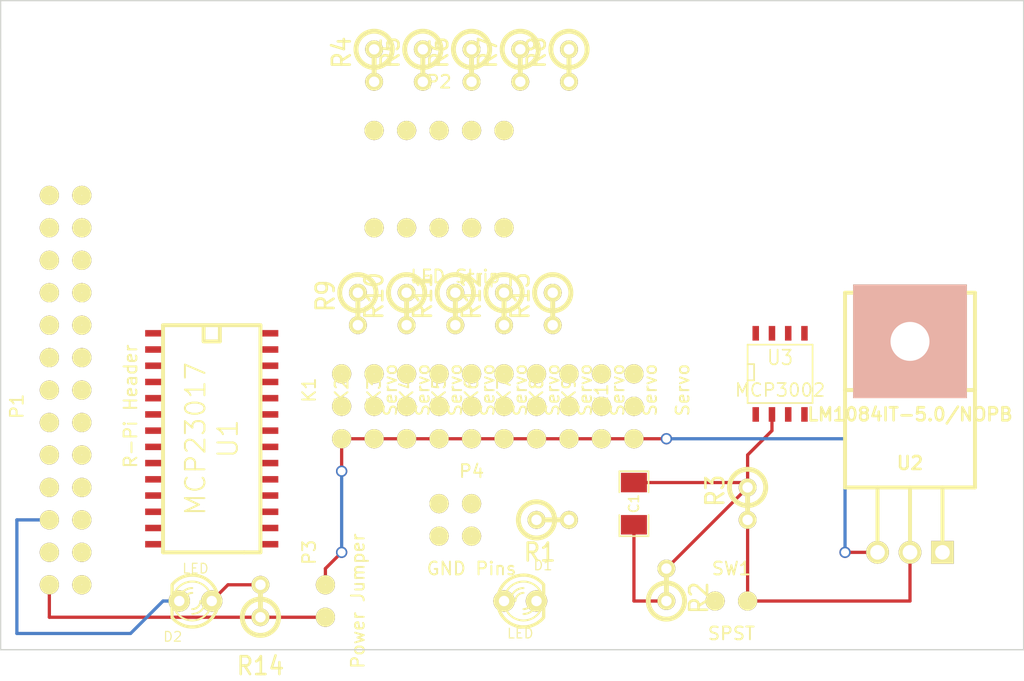
<source format=kicad_pcb>
(kicad_pcb (version 3) (host pcbnew "(2013-07-07 BZR 4022)-stable")

  (general
    (links 84)
    (no_connects 63)
    (area 68.529999 204.419999 149.651155 258.455666)
    (thickness 1.6)
    (drawings 6)
    (tracks 42)
    (zones 0)
    (modules 35)
    (nets 45)
  )

  (page A3)
  (layers
    (15 F.Cu signal)
    (0 B.Cu signal)
    (16 B.Adhes user)
    (17 F.Adhes user)
    (18 B.Paste user)
    (19 F.Paste user)
    (20 B.SilkS user)
    (21 F.SilkS user)
    (22 B.Mask user)
    (23 F.Mask user)
    (24 Dwgs.User user)
    (25 Cmts.User user)
    (26 Eco1.User user)
    (27 Eco2.User user)
    (28 Edge.Cuts user)
  )

  (setup
    (last_trace_width 0.254)
    (trace_clearance 0.254)
    (zone_clearance 0.508)
    (zone_45_only no)
    (trace_min 0.254)
    (segment_width 0.2)
    (edge_width 0.1)
    (via_size 0.889)
    (via_drill 0.635)
    (via_min_size 0.889)
    (via_min_drill 0.508)
    (uvia_size 0.508)
    (uvia_drill 0.127)
    (uvias_allowed no)
    (uvia_min_size 0.508)
    (uvia_min_drill 0.127)
    (pcb_text_width 0.3)
    (pcb_text_size 1.5 1.5)
    (mod_edge_width 0.15)
    (mod_text_size 1 1)
    (mod_text_width 0.15)
    (pad_size 1.5 1.5)
    (pad_drill 0.04)
    (pad_to_mask_clearance 0)
    (aux_axis_origin 0 0)
    (visible_elements 7FFFFFFF)
    (pcbplotparams
      (layerselection 3178497)
      (usegerberextensions true)
      (excludeedgelayer true)
      (linewidth 0.150000)
      (plotframeref false)
      (viasonmask false)
      (mode 1)
      (useauxorigin false)
      (hpglpennumber 1)
      (hpglpenspeed 20)
      (hpglpendiameter 15)
      (hpglpenoverlay 2)
      (psnegative false)
      (psa4output false)
      (plotreference true)
      (plotvalue true)
      (plotothertext true)
      (plotinvisibletext false)
      (padsonsilk false)
      (subtractmaskfromsilk false)
      (outputformat 1)
      (mirror false)
      (drillshape 1)
      (scaleselection 1)
      (outputdirectory ""))
  )

  (net 0 "")
  (net 1 GND)
  (net 2 N-000001)
  (net 3 N-0000010)
  (net 4 N-0000011)
  (net 5 N-0000012)
  (net 6 N-0000013)
  (net 7 N-0000014)
  (net 8 N-0000015)
  (net 9 N-0000016)
  (net 10 N-0000017)
  (net 11 N-0000018)
  (net 12 N-0000019)
  (net 13 N-000002)
  (net 14 N-0000020)
  (net 15 N-0000021)
  (net 16 N-0000022)
  (net 17 N-0000023)
  (net 18 N-0000024)
  (net 19 N-0000025)
  (net 20 N-0000026)
  (net 21 N-0000027)
  (net 22 N-0000028)
  (net 23 N-0000029)
  (net 24 N-000003)
  (net 25 N-0000030)
  (net 26 N-0000031)
  (net 27 N-0000032)
  (net 28 N-0000033)
  (net 29 N-0000035)
  (net 30 N-0000036)
  (net 31 N-0000038)
  (net 32 N-000004)
  (net 33 N-0000048)
  (net 34 N-0000049)
  (net 35 N-000005)
  (net 36 N-0000051)
  (net 37 N-0000055)
  (net 38 N-0000059)
  (net 39 N-000006)
  (net 40 N-0000060)
  (net 41 N-0000062)
  (net 42 N-000007)
  (net 43 N-000008)
  (net 44 N-000009)

  (net_class Default "This is the default net class."
    (clearance 0.254)
    (trace_width 0.254)
    (via_dia 0.889)
    (via_drill 0.635)
    (uvia_dia 0.508)
    (uvia_drill 0.127)
    (add_net "")
    (add_net GND)
    (add_net N-000001)
    (add_net N-0000010)
    (add_net N-0000011)
    (add_net N-0000012)
    (add_net N-0000013)
    (add_net N-0000014)
    (add_net N-0000015)
    (add_net N-0000016)
    (add_net N-0000017)
    (add_net N-0000018)
    (add_net N-0000019)
    (add_net N-000002)
    (add_net N-0000020)
    (add_net N-0000021)
    (add_net N-0000022)
    (add_net N-0000023)
    (add_net N-0000024)
    (add_net N-0000025)
    (add_net N-0000026)
    (add_net N-0000027)
    (add_net N-0000028)
    (add_net N-0000029)
    (add_net N-000003)
    (add_net N-0000030)
    (add_net N-0000031)
    (add_net N-0000032)
    (add_net N-0000033)
    (add_net N-0000035)
    (add_net N-0000036)
    (add_net N-0000038)
    (add_net N-000004)
    (add_net N-0000048)
    (add_net N-0000049)
    (add_net N-000005)
    (add_net N-0000051)
    (add_net N-0000055)
    (add_net N-0000059)
    (add_net N-000006)
    (add_net N-0000060)
    (add_net N-0000062)
    (add_net N-000007)
    (add_net N-000008)
    (add_net N-000009)
  )

  (module TO220 (layer F.Cu) (tedit 200000) (tstamp 53EE894E)
    (at 139.7 247.65 90)
    (descr "Transistor TO 220")
    (tags "TR TO220 DEV")
    (path /53D00849)
    (fp_text reference U2 (at 6.985 0 180) (layer F.SilkS)
      (effects (font (size 1.016 1.016) (thickness 0.2032)))
    )
    (fp_text value LM1084IT-5.0/NOPB (at 10.795 0 180) (layer F.SilkS)
      (effects (font (size 1.016 1.016) (thickness 0.2032)))
    )
    (fp_line (start 0 -2.54) (end 5.08 -2.54) (layer F.SilkS) (width 0.3048))
    (fp_line (start 0 0) (end 5.08 0) (layer F.SilkS) (width 0.3048))
    (fp_line (start 0 2.54) (end 5.08 2.54) (layer F.SilkS) (width 0.3048))
    (fp_line (start 5.08 5.08) (end 20.32 5.08) (layer F.SilkS) (width 0.3048))
    (fp_line (start 20.32 5.08) (end 20.32 -5.08) (layer F.SilkS) (width 0.3048))
    (fp_line (start 20.32 -5.08) (end 5.08 -5.08) (layer F.SilkS) (width 0.3048))
    (fp_line (start 5.08 -5.08) (end 5.08 5.08) (layer F.SilkS) (width 0.3048))
    (fp_line (start 12.7 3.81) (end 12.7 -5.08) (layer F.SilkS) (width 0.3048))
    (fp_line (start 12.7 3.81) (end 12.7 5.08) (layer F.SilkS) (width 0.3048))
    (pad 1 thru_hole rect (at 0 2.54 90) (size 1.778 1.778) (drill 1.143)
      (layers *.Cu *.Mask F.SilkS)
      (net 1 GND)
    )
    (pad 2 thru_hole circle (at 0 -2.54 90) (size 1.778 1.778) (drill 1.143)
      (layers *.Cu *.Mask F.SilkS)
      (net 38 N-0000059)
    )
    (pad 3 thru_hole circle (at 0 0 90) (size 1.778 1.778) (drill 1.143)
      (layers *.Cu *.Mask F.SilkS)
      (net 29 N-0000035)
    )
    (pad 4 thru_hole rect (at 16.51 0 90) (size 8.89 8.89) (drill 3.048)
      (layers *.Cu *.SilkS *.Mask)
    )
    (model discret/to220_horiz.wrl
      (at (xyz 0 0 0))
      (scale (xyz 1 1 1))
      (rotate (xyz 0 0 0))
    )
  )

  (module SO8N (layer F.Cu) (tedit 53EE892F) (tstamp 53EE892F)
    (at 129.54 233.68)
    (descr "Module CMS SOJ 8 pins large")
    (tags "CMS SOJ")
    (path /53D01206)
    (attr smd)
    (fp_text reference U3 (at 0 -1.27) (layer F.SilkS)
      (effects (font (size 1.143 1.016) (thickness 0.127)))
    )
    (fp_text value MCP3002 (at 0 1.27) (layer F.SilkS)
      (effects (font (size 1.016 1.016) (thickness 0.127)))
    )
    (fp_line (start -2.54 -2.286) (end 2.54 -2.286) (layer F.SilkS) (width 0.127))
    (fp_line (start 2.54 -2.286) (end 2.54 2.286) (layer F.SilkS) (width 0.127))
    (fp_line (start 2.54 2.286) (end -2.54 2.286) (layer F.SilkS) (width 0.127))
    (fp_line (start -2.54 2.286) (end -2.54 -2.286) (layer F.SilkS) (width 0.127))
    (fp_line (start -2.54 -0.762) (end -2.032 -0.762) (layer F.SilkS) (width 0.127))
    (fp_line (start -2.032 -0.762) (end -2.032 0.508) (layer F.SilkS) (width 0.127))
    (fp_line (start -2.032 0.508) (end -2.54 0.508) (layer F.SilkS) (width 0.127))
    (pad 8 smd rect (at -1.905 -3.175) (size 0.508 1.143)
      (layers F.Cu F.Paste F.Mask)
      (net 36 N-0000051)
    )
    (pad 7 smd rect (at -0.635 -3.175) (size 0.508 1.143)
      (layers F.Cu F.Paste F.Mask)
      (net 40 N-0000060)
    )
    (pad 6 smd rect (at 0.635 -3.175) (size 0.508 1.143)
      (layers F.Cu F.Paste F.Mask)
      (net 31 N-0000038)
    )
    (pad 5 smd rect (at 1.905 -3.175) (size 0.508 1.143)
      (layers F.Cu F.Paste F.Mask)
      (net 30 N-0000036)
    )
    (pad 4 smd rect (at 1.905 3.175) (size 0.508 1.143)
      (layers F.Cu F.Paste F.Mask)
      (net 1 GND)
    )
    (pad 3 smd rect (at 0.635 3.175) (size 0.508 1.143)
      (layers F.Cu F.Paste F.Mask)
    )
    (pad 2 smd rect (at -0.635 3.175) (size 0.508 1.143)
      (layers F.Cu F.Paste F.Mask)
      (net 41 N-0000062)
    )
    (pad 1 smd rect (at -1.905 3.175) (size 0.508 1.143)
      (layers F.Cu F.Paste F.Mask)
      (net 37 N-0000055)
    )
    (model smd/cms_so8.wrl
      (at (xyz 0 0 0))
      (scale (xyz 0.5 0.38 0.5))
      (rotate (xyz 0 0 0))
    )
  )

  (module SO28 (layer F.Cu) (tedit 428070DF) (tstamp 53EE88F2)
    (at 85.09 238.76 270)
    (descr "Module CMS SO 28 pins large")
    (tags "CMS SOJ SO SOIC")
    (path /53CFF7BD)
    (attr smd)
    (fp_text reference U1 (at 0 -1.26492 270) (layer F.SilkS)
      (effects (font (size 1.524 1.524) (thickness 0.1524)))
    )
    (fp_text value MCP23017 (at 0 1.27 270) (layer F.SilkS)
      (effects (font (size 1.524 1.524) (thickness 0.1524)))
    )
    (fp_line (start 8.89 -2.54) (end 8.89 3.81) (layer F.SilkS) (width 0.3048))
    (fp_line (start 8.89 3.81) (end -8.89 3.81) (layer F.SilkS) (width 0.3048))
    (fp_line (start -8.89 3.81) (end -8.89 -3.81) (layer F.SilkS) (width 0.3048))
    (fp_line (start -8.89 -3.81) (end 8.89 -3.81) (layer F.SilkS) (width 0.3048))
    (fp_line (start 8.89 -3.81) (end 8.89 -2.54) (layer F.SilkS) (width 0.3048))
    (fp_line (start -8.89 -0.635) (end -7.62 -0.635) (layer F.SilkS) (width 0.3048))
    (fp_line (start -7.62 -0.635) (end -7.62 0.635) (layer F.SilkS) (width 0.3048))
    (fp_line (start -7.62 0.635) (end -8.89 0.635) (layer F.SilkS) (width 0.3048))
    (pad 1 smd rect (at -8.255 4.572 270) (size 0.508 1.27)
      (layers F.Cu F.Paste F.Mask)
      (net 16 N-0000022)
    )
    (pad 2 smd rect (at -6.985 4.572 270) (size 0.508 1.27)
      (layers F.Cu F.Paste F.Mask)
      (net 15 N-0000021)
    )
    (pad 3 smd rect (at -5.715 4.572 270) (size 0.508 1.27)
      (layers F.Cu F.Paste F.Mask)
      (net 14 N-0000020)
    )
    (pad 4 smd rect (at -4.445 4.572 270) (size 0.508 1.27)
      (layers F.Cu F.Paste F.Mask)
      (net 23 N-0000029)
    )
    (pad 5 smd rect (at -3.175 4.572 270) (size 0.508 1.27)
      (layers F.Cu F.Paste F.Mask)
      (net 22 N-0000028)
    )
    (pad 6 smd rect (at -1.905 4.572 270) (size 0.508 1.27)
      (layers F.Cu F.Paste F.Mask)
    )
    (pad 7 smd rect (at -0.635 4.572 270) (size 0.508 1.27)
      (layers F.Cu F.Paste F.Mask)
    )
    (pad 8 smd rect (at 0.635 4.572 270) (size 0.508 1.27)
      (layers F.Cu F.Paste F.Mask)
    )
    (pad 9 smd rect (at 1.905 4.572 270) (size 0.508 1.27)
      (layers F.Cu F.Paste F.Mask)
      (net 36 N-0000051)
    )
    (pad 10 smd rect (at 3.175 4.572 270) (size 0.508 1.27)
      (layers F.Cu F.Paste F.Mask)
      (net 1 GND)
    )
    (pad 11 smd rect (at 4.445 4.572 270) (size 0.508 1.27)
      (layers F.Cu F.Paste F.Mask)
    )
    (pad 12 smd rect (at 5.715 4.572 270) (size 0.508 1.27)
      (layers F.Cu F.Paste F.Mask)
      (net 34 N-0000049)
    )
    (pad 13 smd rect (at 6.985 4.572 270) (size 0.508 1.27)
      (layers F.Cu F.Paste F.Mask)
      (net 33 N-0000048)
    )
    (pad 14 smd rect (at 8.255 4.572 270) (size 0.508 1.27)
      (layers F.Cu F.Paste F.Mask)
    )
    (pad 15 smd rect (at 8.255 -4.572 270) (size 0.508 1.27)
      (layers F.Cu F.Paste F.Mask)
      (net 1 GND)
    )
    (pad 16 smd rect (at 6.985 -4.572 270) (size 0.508 1.27)
      (layers F.Cu F.Paste F.Mask)
      (net 1 GND)
    )
    (pad 17 smd rect (at 5.715 -4.572 270) (size 0.508 1.27)
      (layers F.Cu F.Paste F.Mask)
      (net 1 GND)
    )
    (pad 18 smd rect (at 4.445 -4.572 270) (size 0.508 1.27)
      (layers F.Cu F.Paste F.Mask)
      (net 36 N-0000051)
    )
    (pad 19 smd rect (at 3.175 -4.572 270) (size 0.508 1.27)
      (layers F.Cu F.Paste F.Mask)
    )
    (pad 20 smd rect (at 1.905 -4.572 270) (size 0.508 1.27)
      (layers F.Cu F.Paste F.Mask)
    )
    (pad 21 smd rect (at 0.635 -4.572 270) (size 0.508 1.27)
      (layers F.Cu F.Paste F.Mask)
      (net 12 N-0000019)
    )
    (pad 22 smd rect (at -0.635 -4.572 270) (size 0.508 1.27)
      (layers F.Cu F.Paste F.Mask)
      (net 6 N-0000013)
    )
    (pad 23 smd rect (at -1.905 -4.572 270) (size 0.508 1.27)
      (layers F.Cu F.Paste F.Mask)
      (net 5 N-0000012)
    )
    (pad 24 smd rect (at -3.175 -4.572 270) (size 0.508 1.27)
      (layers F.Cu F.Paste F.Mask)
      (net 39 N-000006)
    )
    (pad 25 smd rect (at -4.445 -4.572 270) (size 0.508 1.27)
      (layers F.Cu F.Paste F.Mask)
      (net 35 N-000005)
    )
    (pad 26 smd rect (at -5.715 -4.572 270) (size 0.508 1.27)
      (layers F.Cu F.Paste F.Mask)
    )
    (pad 27 smd rect (at -6.985 -4.572 270) (size 0.508 1.27)
      (layers F.Cu F.Paste F.Mask)
    )
    (pad 28 smd rect (at -8.255 -4.572 270) (size 0.508 1.27)
      (layers F.Cu F.Paste F.Mask)
    )
    (model smd/cms_soj28.wrl
      (at (xyz 0 0 0))
      (scale (xyz 0.5 0.55 0.5))
      (rotate (xyz 0 0 0))
    )
  )

  (module SM1206 (layer F.Cu) (tedit 42806E24) (tstamp 53EE893C)
    (at 118.11 243.84 270)
    (path /53D00C34)
    (attr smd)
    (fp_text reference C1 (at 0 0 270) (layer F.SilkS)
      (effects (font (size 0.762 0.762) (thickness 0.127)))
    )
    (fp_text value 0.1uF (at 0 0 270) (layer F.SilkS) hide
      (effects (font (size 0.762 0.762) (thickness 0.127)))
    )
    (fp_line (start -2.54 -1.143) (end -2.54 1.143) (layer F.SilkS) (width 0.127))
    (fp_line (start -2.54 1.143) (end -0.889 1.143) (layer F.SilkS) (width 0.127))
    (fp_line (start 0.889 -1.143) (end 2.54 -1.143) (layer F.SilkS) (width 0.127))
    (fp_line (start 2.54 -1.143) (end 2.54 1.143) (layer F.SilkS) (width 0.127))
    (fp_line (start 2.54 1.143) (end 0.889 1.143) (layer F.SilkS) (width 0.127))
    (fp_line (start -0.889 -1.143) (end -2.54 -1.143) (layer F.SilkS) (width 0.127))
    (pad 1 smd rect (at -1.651 0 270) (size 1.524 2.032)
      (layers F.Cu F.Paste F.Mask)
      (net 41 N-0000062)
    )
    (pad 2 smd rect (at 1.651 0 270) (size 1.524 2.032)
      (layers F.Cu F.Paste F.Mask)
      (net 1 GND)
    )
    (model smd/chip_cms.wrl
      (at (xyz 0 0 0))
      (scale (xyz 0.17 0.16 0.16))
      (rotate (xyz 0 0 0))
    )
  )

  (module ServoHeader (layer F.Cu) (tedit 53EE7B29) (tstamp 53EE7E38)
    (at 95.25 234.95 90)
    (path /53D00540)
    (fp_text reference K1 (at 0 -2.54 90) (layer F.SilkS)
      (effects (font (size 1 1) (thickness 0.15)))
    )
    (fp_text value Servo (at 0 3.81 90) (layer F.SilkS)
      (effects (font (size 1 1) (thickness 0.15)))
    )
    (pad 1 thru_hole circle (at -3.81 0 90) (size 1.5 1.5) (drill 0.04)
      (layers *.Cu *.Mask F.SilkS)
      (net 38 N-0000059)
    )
    (pad 2 thru_hole circle (at -1.27 0 90) (size 1.5 1.5) (drill 0.04)
      (layers *.Cu *.Mask F.SilkS)
      (net 32 N-000004)
    )
    (pad 3 thru_hole circle (at 1.27 0 90) (size 1.5 1.5) (drill 0.04)
      (layers *.Cu *.Mask F.SilkS)
      (net 42 N-000007)
    )
  )

  (module ServoHeader (layer F.Cu) (tedit 53EE7B29) (tstamp 53EE7E3F)
    (at 97.79 234.95 90)
    (path /53D0054D)
    (fp_text reference K2 (at 0 -2.54 90) (layer F.SilkS)
      (effects (font (size 1 1) (thickness 0.15)))
    )
    (fp_text value Servo (at 0 3.81 90) (layer F.SilkS)
      (effects (font (size 1 1) (thickness 0.15)))
    )
    (pad 1 thru_hole circle (at -3.81 0 90) (size 1.5 1.5) (drill 0.04)
      (layers *.Cu *.Mask F.SilkS)
      (net 38 N-0000059)
    )
    (pad 2 thru_hole circle (at -1.27 0 90) (size 1.5 1.5) (drill 0.04)
      (layers *.Cu *.Mask F.SilkS)
      (net 28 N-0000033)
    )
    (pad 3 thru_hole circle (at 1.27 0 90) (size 1.5 1.5) (drill 0.04)
      (layers *.Cu *.Mask F.SilkS)
      (net 42 N-000007)
    )
  )

  (module ServoHeader (layer F.Cu) (tedit 53EE7B29) (tstamp 53EE890E)
    (at 100.33 234.95 90)
    (path /53D00553)
    (fp_text reference K3 (at 0 -2.54 90) (layer F.SilkS)
      (effects (font (size 1 1) (thickness 0.15)))
    )
    (fp_text value Servo (at 0 3.81 90) (layer F.SilkS)
      (effects (font (size 1 1) (thickness 0.15)))
    )
    (pad 1 thru_hole circle (at -3.81 0 90) (size 1.5 1.5) (drill 0.04)
      (layers *.Cu *.Mask F.SilkS)
      (net 38 N-0000059)
    )
    (pad 2 thru_hole circle (at -1.27 0 90) (size 1.5 1.5) (drill 0.04)
      (layers *.Cu *.Mask F.SilkS)
      (net 44 N-000009)
    )
    (pad 3 thru_hole circle (at 1.27 0 90) (size 1.5 1.5) (drill 0.04)
      (layers *.Cu *.Mask F.SilkS)
      (net 42 N-000007)
    )
  )

  (module ServoHeader (layer F.Cu) (tedit 53EE7B29) (tstamp 53EE7E4D)
    (at 102.87 234.95 90)
    (path /53D00559)
    (fp_text reference K4 (at 0 -2.54 90) (layer F.SilkS)
      (effects (font (size 1 1) (thickness 0.15)))
    )
    (fp_text value Servo (at 0 3.81 90) (layer F.SilkS)
      (effects (font (size 1 1) (thickness 0.15)))
    )
    (pad 1 thru_hole circle (at -3.81 0 90) (size 1.5 1.5) (drill 0.04)
      (layers *.Cu *.Mask F.SilkS)
      (net 38 N-0000059)
    )
    (pad 2 thru_hole circle (at -1.27 0 90) (size 1.5 1.5) (drill 0.04)
      (layers *.Cu *.Mask F.SilkS)
      (net 3 N-0000010)
    )
    (pad 3 thru_hole circle (at 1.27 0 90) (size 1.5 1.5) (drill 0.04)
      (layers *.Cu *.Mask F.SilkS)
      (net 42 N-000007)
    )
  )

  (module ServoHeader (layer F.Cu) (tedit 53EE7B29) (tstamp 53EE7E54)
    (at 105.41 234.95 90)
    (path /53D0055F)
    (fp_text reference K5 (at 0 -2.54 90) (layer F.SilkS)
      (effects (font (size 1 1) (thickness 0.15)))
    )
    (fp_text value Servo (at 0 3.81 90) (layer F.SilkS)
      (effects (font (size 1 1) (thickness 0.15)))
    )
    (pad 1 thru_hole circle (at -3.81 0 90) (size 1.5 1.5) (drill 0.04)
      (layers *.Cu *.Mask F.SilkS)
      (net 38 N-0000059)
    )
    (pad 2 thru_hole circle (at -1.27 0 90) (size 1.5 1.5) (drill 0.04)
      (layers *.Cu *.Mask F.SilkS)
      (net 4 N-0000011)
    )
    (pad 3 thru_hole circle (at 1.27 0 90) (size 1.5 1.5) (drill 0.04)
      (layers *.Cu *.Mask F.SilkS)
      (net 42 N-000007)
    )
  )

  (module ServoHeader (layer F.Cu) (tedit 53EE7B29) (tstamp 53EE7E5B)
    (at 107.95 234.95 90)
    (path /53D00565)
    (fp_text reference K6 (at 0 -2.54 90) (layer F.SilkS)
      (effects (font (size 1 1) (thickness 0.15)))
    )
    (fp_text value Servo (at 0 3.81 90) (layer F.SilkS)
      (effects (font (size 1 1) (thickness 0.15)))
    )
    (pad 1 thru_hole circle (at -3.81 0 90) (size 1.5 1.5) (drill 0.04)
      (layers *.Cu *.Mask F.SilkS)
      (net 38 N-0000059)
    )
    (pad 2 thru_hole circle (at -1.27 0 90) (size 1.5 1.5) (drill 0.04)
      (layers *.Cu *.Mask F.SilkS)
      (net 42 N-000007)
    )
    (pad 3 thru_hole circle (at 1.27 0 90) (size 1.5 1.5) (drill 0.04)
      (layers *.Cu *.Mask F.SilkS)
      (net 1 GND)
    )
  )

  (module ServoHeader (layer F.Cu) (tedit 53EE7B29) (tstamp 53EE7E62)
    (at 110.49 234.95 90)
    (path /53D0056B)
    (fp_text reference K7 (at 0 -2.54 90) (layer F.SilkS)
      (effects (font (size 1 1) (thickness 0.15)))
    )
    (fp_text value Servo (at 0 3.81 90) (layer F.SilkS)
      (effects (font (size 1 1) (thickness 0.15)))
    )
    (pad 1 thru_hole circle (at -3.81 0 90) (size 1.5 1.5) (drill 0.04)
      (layers *.Cu *.Mask F.SilkS)
      (net 38 N-0000059)
    )
    (pad 2 thru_hole circle (at -1.27 0 90) (size 1.5 1.5) (drill 0.04)
      (layers *.Cu *.Mask F.SilkS)
      (net 24 N-000003)
    )
    (pad 3 thru_hole circle (at 1.27 0 90) (size 1.5 1.5) (drill 0.04)
      (layers *.Cu *.Mask F.SilkS)
      (net 1 GND)
    )
  )

  (module ServoHeader (layer F.Cu) (tedit 53EE7B29) (tstamp 53EE7E69)
    (at 113.03 234.95 90)
    (path /53D00573)
    (fp_text reference K8 (at 0 -2.54 90) (layer F.SilkS)
      (effects (font (size 1 1) (thickness 0.15)))
    )
    (fp_text value Servo (at 0 3.81 90) (layer F.SilkS)
      (effects (font (size 1 1) (thickness 0.15)))
    )
    (pad 1 thru_hole circle (at -3.81 0 90) (size 1.5 1.5) (drill 0.04)
      (layers *.Cu *.Mask F.SilkS)
      (net 38 N-0000059)
    )
    (pad 2 thru_hole circle (at -1.27 0 90) (size 1.5 1.5) (drill 0.04)
      (layers *.Cu *.Mask F.SilkS)
      (net 13 N-000002)
    )
    (pad 3 thru_hole circle (at 1.27 0 90) (size 1.5 1.5) (drill 0.04)
      (layers *.Cu *.Mask F.SilkS)
      (net 1 GND)
    )
  )

  (module ServoHeader (layer F.Cu) (tedit 53EE7B29) (tstamp 53EE7E70)
    (at 115.57 234.95 90)
    (path /53D00580)
    (fp_text reference K9 (at 0 -2.54 90) (layer F.SilkS)
      (effects (font (size 1 1) (thickness 0.15)))
    )
    (fp_text value Servo (at 0 3.81 90) (layer F.SilkS)
      (effects (font (size 1 1) (thickness 0.15)))
    )
    (pad 1 thru_hole circle (at -3.81 0 90) (size 1.5 1.5) (drill 0.04)
      (layers *.Cu *.Mask F.SilkS)
      (net 38 N-0000059)
    )
    (pad 2 thru_hole circle (at -1.27 0 90) (size 1.5 1.5) (drill 0.04)
      (layers *.Cu *.Mask F.SilkS)
      (net 2 N-000001)
    )
    (pad 3 thru_hole circle (at 1.27 0 90) (size 1.5 1.5) (drill 0.04)
      (layers *.Cu *.Mask F.SilkS)
      (net 1 GND)
    )
  )

  (module ServoHeader (layer F.Cu) (tedit 53EE7B29) (tstamp 53EE7E77)
    (at 118.11 234.95 90)
    (path /53D00586)
    (fp_text reference K10 (at 0 -2.54 90) (layer F.SilkS)
      (effects (font (size 1 1) (thickness 0.15)))
    )
    (fp_text value Servo (at 0 3.81 90) (layer F.SilkS)
      (effects (font (size 1 1) (thickness 0.15)))
    )
    (pad 1 thru_hole circle (at -3.81 0 90) (size 1.5 1.5) (drill 0.04)
      (layers *.Cu *.Mask F.SilkS)
      (net 38 N-0000059)
    )
    (pad 2 thru_hole circle (at -1.27 0 90) (size 1.5 1.5) (drill 0.04)
      (layers *.Cu *.Mask F.SilkS)
      (net 43 N-000008)
    )
    (pad 3 thru_hole circle (at 1.27 0 90) (size 1.5 1.5) (drill 0.04)
      (layers *.Cu *.Mask F.SilkS)
      (net 1 GND)
    )
  )

  (module RaspberryPiHeader (layer F.Cu) (tedit 53EE7270) (tstamp 53EE88C8)
    (at 73.66 243.84 90)
    (path /53D00C97)
    (fp_text reference P1 (at 7.62 -3.81 90) (layer F.SilkS)
      (effects (font (size 1 1) (thickness 0.15)))
    )
    (fp_text value "R-Pi Header" (at 7.62 5.08 90) (layer F.SilkS)
      (effects (font (size 1 1) (thickness 0.15)))
    )
    (pad 2 thru_hole circle (at -6.35 -1.27 90) (size 1.5 1.5) (drill 0.04)
      (layers *.Cu *.Mask F.SilkS)
      (net 26 N-0000031)
    )
    (pad 4 thru_hole circle (at -3.81 -1.27 90) (size 1.5 1.5) (drill 0.04)
      (layers *.Cu *.Mask F.SilkS)
    )
    (pad 6 thru_hole circle (at -1.27 -1.27 90) (size 1.5 1.5) (drill 0.04)
      (layers *.Cu *.Mask F.SilkS)
      (net 1 GND)
    )
    (pad 5 thru_hole circle (at -1.27 1.27 90) (size 1.5 1.5) (drill 0.04)
      (layers *.Cu *.Mask F.SilkS)
      (net 34 N-0000049)
    )
    (pad 3 thru_hole circle (at -3.81 1.27 90) (size 1.5 1.5) (drill 0.04)
      (layers *.Cu *.Mask F.SilkS)
      (net 33 N-0000048)
    )
    (pad 1 thru_hole circle (at -6.35 1.27 90) (size 1.5 1.5) (drill 0.04)
      (layers *.Cu *.Mask F.SilkS)
      (net 36 N-0000051)
    )
    (pad 7 thru_hole circle (at 1.27 1.27 90) (size 1.5 1.5) (drill 0.04)
      (layers *.Cu *.Mask F.SilkS)
      (net 43 N-000008)
    )
    (pad 8 thru_hole circle (at 1.27 -1.27 90) (size 1.5 1.5) (drill 0.04)
      (layers *.Cu *.Mask F.SilkS)
      (net 42 N-000007)
    )
    (pad 9 thru_hole circle (at 3.81 1.27 90) (size 1.5 1.5) (drill 0.04)
      (layers *.Cu *.Mask F.SilkS)
    )
    (pad 10 thru_hole circle (at 3.81 -1.27 90) (size 1.5 1.5) (drill 0.04)
      (layers *.Cu *.Mask F.SilkS)
      (net 24 N-000003)
    )
    (pad 11 thru_hole circle (at 6.35 1.27 90) (size 1.5 1.5) (drill 0.04)
      (layers *.Cu *.Mask F.SilkS)
      (net 4 N-0000011)
    )
    (pad 12 thru_hole circle (at 6.35 -1.27 90) (size 1.5 1.5) (drill 0.04)
      (layers *.Cu *.Mask F.SilkS)
      (net 13 N-000002)
    )
    (pad 13 thru_hole circle (at 8.89 1.27 90) (size 1.5 1.5) (drill 0.04)
      (layers *.Cu *.Mask F.SilkS)
      (net 3 N-0000010)
    )
    (pad 14 thru_hole circle (at 8.89 -1.27 90) (size 1.5 1.5) (drill 0.04)
      (layers *.Cu *.Mask F.SilkS)
    )
    (pad 15 thru_hole circle (at 11.43 1.27 90) (size 1.5 1.5) (drill 0.04)
      (layers *.Cu *.Mask F.SilkS)
      (net 44 N-000009)
    )
    (pad 16 thru_hole circle (at 11.43 -1.27 90) (size 1.5 1.5) (drill 0.04)
      (layers *.Cu *.Mask F.SilkS)
      (net 31 N-0000038)
    )
    (pad 17 thru_hole circle (at 13.97 1.27 90) (size 1.5 1.5) (drill 0.04)
      (layers *.Cu *.Mask F.SilkS)
    )
    (pad 18 thru_hole circle (at 13.97 -1.27 90) (size 1.5 1.5) (drill 0.04)
      (layers *.Cu *.Mask F.SilkS)
      (net 30 N-0000036)
    )
    (pad 19 thru_hole circle (at 16.51 1.27 90) (size 1.5 1.5) (drill 0.04)
      (layers *.Cu *.Mask F.SilkS)
      (net 28 N-0000033)
    )
    (pad 20 thru_hole circle (at 16.51 -1.27 90) (size 1.5 1.5) (drill 0.04)
      (layers *.Cu *.Mask F.SilkS)
    )
    (pad 21 thru_hole circle (at 19.05 1.27 90) (size 1.5 1.5) (drill 0.04)
      (layers *.Cu *.Mask F.SilkS)
      (net 32 N-000004)
    )
    (pad 22 thru_hole circle (at 19.05 -1.27 90) (size 1.5 1.5) (drill 0.04)
      (layers *.Cu *.Mask F.SilkS)
      (net 37 N-0000055)
    )
    (pad 23 thru_hole circle (at 21.59 1.27 90) (size 1.5 1.5) (drill 0.04)
      (layers *.Cu *.Mask F.SilkS)
    )
    (pad 24 thru_hole circle (at 21.59 -1.27 90) (size 1.5 1.5) (drill 0.04)
      (layers *.Cu *.Mask F.SilkS)
      (net 40 N-0000060)
    )
    (pad 25 thru_hole circle (at 24.13 1.27 90) (size 1.5 1.5) (drill 0.04)
      (layers *.Cu *.Mask F.SilkS)
    )
    (pad 26 thru_hole circle (at 24.13 -1.27 90) (size 1.5 1.5) (drill 0.04)
      (layers *.Cu *.Mask F.SilkS)
      (net 2 N-000001)
    )
  )

  (module R1 (layer F.Cu) (tedit 200000) (tstamp 53EE7E9D)
    (at 101.6 209.55 270)
    (descr "Resistance verticale")
    (tags R)
    (path /53D029F5)
    (autoplace_cost90 10)
    (autoplace_cost180 10)
    (fp_text reference R5 (at -1.016 2.54 270) (layer F.SilkS)
      (effects (font (size 1.397 1.27) (thickness 0.2032)))
    )
    (fp_text value R (at -1.143 2.54 270) (layer F.SilkS) hide
      (effects (font (size 1.397 1.27) (thickness 0.2032)))
    )
    (fp_line (start -1.27 0) (end 1.27 0) (layer F.SilkS) (width 0.381))
    (fp_circle (center -1.27 0) (end -0.635 1.27) (layer F.SilkS) (width 0.381))
    (pad 1 thru_hole circle (at -1.27 0 270) (size 1.397 1.397) (drill 0.8128)
      (layers *.Cu *.Mask F.SilkS)
      (net 39 N-000006)
    )
    (pad 2 thru_hole circle (at 1.27 0 270) (size 1.397 1.397) (drill 0.8128)
      (layers *.Cu *.Mask F.SilkS)
      (net 8 N-0000015)
    )
    (model discret/verti_resistor.wrl
      (at (xyz 0 0 0))
      (scale (xyz 1 1 1))
      (rotate (xyz 0 0 0))
    )
  )

  (module R1 (layer F.Cu) (tedit 200000) (tstamp 53EE7EA5)
    (at 113.03 209.55 270)
    (descr "Resistance verticale")
    (tags R)
    (path /53D02A0A)
    (autoplace_cost90 10)
    (autoplace_cost180 10)
    (fp_text reference R8 (at -1.016 2.54 270) (layer F.SilkS)
      (effects (font (size 1.397 1.27) (thickness 0.2032)))
    )
    (fp_text value R (at -1.143 2.54 270) (layer F.SilkS) hide
      (effects (font (size 1.397 1.27) (thickness 0.2032)))
    )
    (fp_line (start -1.27 0) (end 1.27 0) (layer F.SilkS) (width 0.381))
    (fp_circle (center -1.27 0) (end -0.635 1.27) (layer F.SilkS) (width 0.381))
    (pad 1 thru_hole circle (at -1.27 0 270) (size 1.397 1.397) (drill 0.8128)
      (layers *.Cu *.Mask F.SilkS)
      (net 12 N-0000019)
    )
    (pad 2 thru_hole circle (at 1.27 0 270) (size 1.397 1.397) (drill 0.8128)
      (layers *.Cu *.Mask F.SilkS)
      (net 11 N-0000018)
    )
    (model discret/verti_resistor.wrl
      (at (xyz 0 0 0))
      (scale (xyz 1 1 1))
      (rotate (xyz 0 0 0))
    )
  )

  (module R1 (layer F.Cu) (tedit 200000) (tstamp 53EE7EAD)
    (at 97.79 209.55 270)
    (descr "Resistance verticale")
    (tags R)
    (path /53D029FD)
    (autoplace_cost90 10)
    (autoplace_cost180 10)
    (fp_text reference R4 (at -1.016 2.54 270) (layer F.SilkS)
      (effects (font (size 1.397 1.27) (thickness 0.2032)))
    )
    (fp_text value R (at -1.143 2.54 270) (layer F.SilkS) hide
      (effects (font (size 1.397 1.27) (thickness 0.2032)))
    )
    (fp_line (start -1.27 0) (end 1.27 0) (layer F.SilkS) (width 0.381))
    (fp_circle (center -1.27 0) (end -0.635 1.27) (layer F.SilkS) (width 0.381))
    (pad 1 thru_hole circle (at -1.27 0 270) (size 1.397 1.397) (drill 0.8128)
      (layers *.Cu *.Mask F.SilkS)
      (net 35 N-000005)
    )
    (pad 2 thru_hole circle (at 1.27 0 270) (size 1.397 1.397) (drill 0.8128)
      (layers *.Cu *.Mask F.SilkS)
      (net 7 N-0000014)
    )
    (model discret/verti_resistor.wrl
      (at (xyz 0 0 0))
      (scale (xyz 1 1 1))
      (rotate (xyz 0 0 0))
    )
  )

  (module R1 (layer F.Cu) (tedit 200000) (tstamp 53EE7EB5)
    (at 104.14 228.6 270)
    (descr "Resistance verticale")
    (tags R)
    (path /53D96656)
    (autoplace_cost90 10)
    (autoplace_cost180 10)
    (fp_text reference R11 (at -1.016 2.54 270) (layer F.SilkS)
      (effects (font (size 1.397 1.27) (thickness 0.2032)))
    )
    (fp_text value R (at -1.143 2.54 270) (layer F.SilkS) hide
      (effects (font (size 1.397 1.27) (thickness 0.2032)))
    )
    (fp_line (start -1.27 0) (end 1.27 0) (layer F.SilkS) (width 0.381))
    (fp_circle (center -1.27 0) (end -0.635 1.27) (layer F.SilkS) (width 0.381))
    (pad 1 thru_hole circle (at -1.27 0 270) (size 1.397 1.397) (drill 0.8128)
      (layers *.Cu *.Mask F.SilkS)
      (net 19 N-0000025)
    )
    (pad 2 thru_hole circle (at 1.27 0 270) (size 1.397 1.397) (drill 0.8128)
      (layers *.Cu *.Mask F.SilkS)
      (net 14 N-0000020)
    )
    (model discret/verti_resistor.wrl
      (at (xyz 0 0 0))
      (scale (xyz 1 1 1))
      (rotate (xyz 0 0 0))
    )
  )

  (module R1 (layer F.Cu) (tedit 200000) (tstamp 53EE7EBD)
    (at 96.52 228.6 270)
    (descr "Resistance verticale")
    (tags R)
    (path /53D96662)
    (autoplace_cost90 10)
    (autoplace_cost180 10)
    (fp_text reference R9 (at -1.016 2.54 270) (layer F.SilkS)
      (effects (font (size 1.397 1.27) (thickness 0.2032)))
    )
    (fp_text value R (at -1.143 2.54 270) (layer F.SilkS) hide
      (effects (font (size 1.397 1.27) (thickness 0.2032)))
    )
    (fp_line (start -1.27 0) (end 1.27 0) (layer F.SilkS) (width 0.381))
    (fp_circle (center -1.27 0) (end -0.635 1.27) (layer F.SilkS) (width 0.381))
    (pad 1 thru_hole circle (at -1.27 0 270) (size 1.397 1.397) (drill 0.8128)
      (layers *.Cu *.Mask F.SilkS)
      (net 21 N-0000027)
    )
    (pad 2 thru_hole circle (at 1.27 0 270) (size 1.397 1.397) (drill 0.8128)
      (layers *.Cu *.Mask F.SilkS)
      (net 22 N-0000028)
    )
    (model discret/verti_resistor.wrl
      (at (xyz 0 0 0))
      (scale (xyz 1 1 1))
      (rotate (xyz 0 0 0))
    )
  )

  (module R1 (layer F.Cu) (tedit 200000) (tstamp 53EE7EC5)
    (at 100.33 228.6 270)
    (descr "Resistance verticale")
    (tags R)
    (path /53D9665C)
    (autoplace_cost90 10)
    (autoplace_cost180 10)
    (fp_text reference R10 (at -1.016 2.54 270) (layer F.SilkS)
      (effects (font (size 1.397 1.27) (thickness 0.2032)))
    )
    (fp_text value R (at -1.143 2.54 270) (layer F.SilkS) hide
      (effects (font (size 1.397 1.27) (thickness 0.2032)))
    )
    (fp_line (start -1.27 0) (end 1.27 0) (layer F.SilkS) (width 0.381))
    (fp_circle (center -1.27 0) (end -0.635 1.27) (layer F.SilkS) (width 0.381))
    (pad 1 thru_hole circle (at -1.27 0 270) (size 1.397 1.397) (drill 0.8128)
      (layers *.Cu *.Mask F.SilkS)
      (net 20 N-0000026)
    )
    (pad 2 thru_hole circle (at 1.27 0 270) (size 1.397 1.397) (drill 0.8128)
      (layers *.Cu *.Mask F.SilkS)
      (net 23 N-0000029)
    )
    (model discret/verti_resistor.wrl
      (at (xyz 0 0 0))
      (scale (xyz 1 1 1))
      (rotate (xyz 0 0 0))
    )
  )

  (module R1 (layer F.Cu) (tedit 200000) (tstamp 53EE7ECD)
    (at 111.76 228.6 270)
    (descr "Resistance verticale")
    (tags R)
    (path /53D9664A)
    (autoplace_cost90 10)
    (autoplace_cost180 10)
    (fp_text reference R13 (at -1.016 2.54 270) (layer F.SilkS)
      (effects (font (size 1.397 1.27) (thickness 0.2032)))
    )
    (fp_text value R (at -1.143 2.54 270) (layer F.SilkS) hide
      (effects (font (size 1.397 1.27) (thickness 0.2032)))
    )
    (fp_line (start -1.27 0) (end 1.27 0) (layer F.SilkS) (width 0.381))
    (fp_circle (center -1.27 0) (end -0.635 1.27) (layer F.SilkS) (width 0.381))
    (pad 1 thru_hole circle (at -1.27 0 270) (size 1.397 1.397) (drill 0.8128)
      (layers *.Cu *.Mask F.SilkS)
      (net 17 N-0000023)
    )
    (pad 2 thru_hole circle (at 1.27 0 270) (size 1.397 1.397) (drill 0.8128)
      (layers *.Cu *.Mask F.SilkS)
      (net 16 N-0000022)
    )
    (model discret/verti_resistor.wrl
      (at (xyz 0 0 0))
      (scale (xyz 1 1 1))
      (rotate (xyz 0 0 0))
    )
  )

  (module R1 (layer F.Cu) (tedit 200000) (tstamp 53EE7ED5)
    (at 107.95 228.6 270)
    (descr "Resistance verticale")
    (tags R)
    (path /53D96650)
    (autoplace_cost90 10)
    (autoplace_cost180 10)
    (fp_text reference R12 (at -1.016 2.54 270) (layer F.SilkS)
      (effects (font (size 1.397 1.27) (thickness 0.2032)))
    )
    (fp_text value R (at -1.143 2.54 270) (layer F.SilkS) hide
      (effects (font (size 1.397 1.27) (thickness 0.2032)))
    )
    (fp_line (start -1.27 0) (end 1.27 0) (layer F.SilkS) (width 0.381))
    (fp_circle (center -1.27 0) (end -0.635 1.27) (layer F.SilkS) (width 0.381))
    (pad 1 thru_hole circle (at -1.27 0 270) (size 1.397 1.397) (drill 0.8128)
      (layers *.Cu *.Mask F.SilkS)
      (net 18 N-0000024)
    )
    (pad 2 thru_hole circle (at 1.27 0 270) (size 1.397 1.397) (drill 0.8128)
      (layers *.Cu *.Mask F.SilkS)
      (net 15 N-0000021)
    )
    (model discret/verti_resistor.wrl
      (at (xyz 0 0 0))
      (scale (xyz 1 1 1))
      (rotate (xyz 0 0 0))
    )
  )

  (module R1 (layer F.Cu) (tedit 200000) (tstamp 53EE7EDD)
    (at 109.22 209.55 270)
    (descr "Resistance verticale")
    (tags R)
    (path /53D029EF)
    (autoplace_cost90 10)
    (autoplace_cost180 10)
    (fp_text reference R7 (at -1.016 2.54 270) (layer F.SilkS)
      (effects (font (size 1.397 1.27) (thickness 0.2032)))
    )
    (fp_text value R (at -1.143 2.54 270) (layer F.SilkS) hide
      (effects (font (size 1.397 1.27) (thickness 0.2032)))
    )
    (fp_line (start -1.27 0) (end 1.27 0) (layer F.SilkS) (width 0.381))
    (fp_circle (center -1.27 0) (end -0.635 1.27) (layer F.SilkS) (width 0.381))
    (pad 1 thru_hole circle (at -1.27 0 270) (size 1.397 1.397) (drill 0.8128)
      (layers *.Cu *.Mask F.SilkS)
      (net 6 N-0000013)
    )
    (pad 2 thru_hole circle (at 1.27 0 270) (size 1.397 1.397) (drill 0.8128)
      (layers *.Cu *.Mask F.SilkS)
      (net 10 N-0000017)
    )
    (model discret/verti_resistor.wrl
      (at (xyz 0 0 0))
      (scale (xyz 1 1 1))
      (rotate (xyz 0 0 0))
    )
  )

  (module R1 (layer F.Cu) (tedit 200000) (tstamp 53EE7EE5)
    (at 105.41 209.55 270)
    (descr "Resistance verticale")
    (tags R)
    (path /53D029E2)
    (autoplace_cost90 10)
    (autoplace_cost180 10)
    (fp_text reference R6 (at -1.016 2.54 270) (layer F.SilkS)
      (effects (font (size 1.397 1.27) (thickness 0.2032)))
    )
    (fp_text value R (at -1.143 2.54 270) (layer F.SilkS) hide
      (effects (font (size 1.397 1.27) (thickness 0.2032)))
    )
    (fp_line (start -1.27 0) (end 1.27 0) (layer F.SilkS) (width 0.381))
    (fp_circle (center -1.27 0) (end -0.635 1.27) (layer F.SilkS) (width 0.381))
    (pad 1 thru_hole circle (at -1.27 0 270) (size 1.397 1.397) (drill 0.8128)
      (layers *.Cu *.Mask F.SilkS)
      (net 5 N-0000012)
    )
    (pad 2 thru_hole circle (at 1.27 0 270) (size 1.397 1.397) (drill 0.8128)
      (layers *.Cu *.Mask F.SilkS)
      (net 9 N-0000016)
    )
    (model discret/verti_resistor.wrl
      (at (xyz 0 0 0))
      (scale (xyz 1 1 1))
      (rotate (xyz 0 0 0))
    )
  )

  (module R1 (layer F.Cu) (tedit 53EE9395) (tstamp 53EE7EED)
    (at 88.9 251.46 90)
    (descr "Resistance verticale")
    (tags R)
    (path /53D9701F)
    (autoplace_cost90 10)
    (autoplace_cost180 10)
    (fp_text reference R14 (at -5.08 0 180) (layer F.SilkS)
      (effects (font (size 1.397 1.27) (thickness 0.2032)))
    )
    (fp_text value R (at -1.143 2.54 90) (layer F.SilkS) hide
      (effects (font (size 1.397 1.27) (thickness 0.2032)))
    )
    (fp_line (start -1.27 0) (end 1.27 0) (layer F.SilkS) (width 0.381))
    (fp_circle (center -1.27 0) (end -0.635 1.27) (layer F.SilkS) (width 0.381))
    (pad 1 thru_hole circle (at -1.27 0 90) (size 1.397 1.397) (drill 0.8128)
      (layers *.Cu *.Mask F.SilkS)
      (net 26 N-0000031)
    )
    (pad 2 thru_hole circle (at 1.27 0 90) (size 1.397 1.397) (drill 0.8128)
      (layers *.Cu *.Mask F.SilkS)
      (net 25 N-0000030)
    )
    (model discret/verti_resistor.wrl
      (at (xyz 0 0 0))
      (scale (xyz 1 1 1))
      (rotate (xyz 0 0 0))
    )
  )

  (module R1 (layer F.Cu) (tedit 200000) (tstamp 53EE7EF5)
    (at 111.76 245.11)
    (descr "Resistance verticale")
    (tags R)
    (path /53D01B04)
    (autoplace_cost90 10)
    (autoplace_cost180 10)
    (fp_text reference R1 (at -1.016 2.54) (layer F.SilkS)
      (effects (font (size 1.397 1.27) (thickness 0.2032)))
    )
    (fp_text value R (at -1.143 2.54) (layer F.SilkS) hide
      (effects (font (size 1.397 1.27) (thickness 0.2032)))
    )
    (fp_line (start -1.27 0) (end 1.27 0) (layer F.SilkS) (width 0.381))
    (fp_circle (center -1.27 0) (end -0.635 1.27) (layer F.SilkS) (width 0.381))
    (pad 1 thru_hole circle (at -1.27 0) (size 1.397 1.397) (drill 0.8128)
      (layers *.Cu *.Mask F.SilkS)
      (net 27 N-0000032)
    )
    (pad 2 thru_hole circle (at 1.27 0) (size 1.397 1.397) (drill 0.8128)
      (layers *.Cu *.Mask F.SilkS)
      (net 38 N-0000059)
    )
    (model discret/verti_resistor.wrl
      (at (xyz 0 0 0))
      (scale (xyz 1 1 1))
      (rotate (xyz 0 0 0))
    )
  )

  (module R1 (layer F.Cu) (tedit 200000) (tstamp 53EE7EFD)
    (at 120.65 250.19 90)
    (descr "Resistance verticale")
    (tags R)
    (path /53D00B95)
    (autoplace_cost90 10)
    (autoplace_cost180 10)
    (fp_text reference R2 (at -1.016 2.54 90) (layer F.SilkS)
      (effects (font (size 1.397 1.27) (thickness 0.2032)))
    )
    (fp_text value 100K (at -1.143 2.54 90) (layer F.SilkS) hide
      (effects (font (size 1.397 1.27) (thickness 0.2032)))
    )
    (fp_line (start -1.27 0) (end 1.27 0) (layer F.SilkS) (width 0.381))
    (fp_circle (center -1.27 0) (end -0.635 1.27) (layer F.SilkS) (width 0.381))
    (pad 1 thru_hole circle (at -1.27 0 90) (size 1.397 1.397) (drill 0.8128)
      (layers *.Cu *.Mask F.SilkS)
      (net 1 GND)
    )
    (pad 2 thru_hole circle (at 1.27 0 90) (size 1.397 1.397) (drill 0.8128)
      (layers *.Cu *.Mask F.SilkS)
      (net 41 N-0000062)
    )
    (model discret/verti_resistor.wrl
      (at (xyz 0 0 0))
      (scale (xyz 1 1 1))
      (rotate (xyz 0 0 0))
    )
  )

  (module R1 (layer F.Cu) (tedit 200000) (tstamp 53EE7F05)
    (at 127 243.84 270)
    (descr "Resistance verticale")
    (tags R)
    (path /53D00B1B)
    (autoplace_cost90 10)
    (autoplace_cost180 10)
    (fp_text reference R3 (at -1.016 2.54 270) (layer F.SilkS)
      (effects (font (size 1.397 1.27) (thickness 0.2032)))
    )
    (fp_text value 180K (at -1.143 2.54 270) (layer F.SilkS) hide
      (effects (font (size 1.397 1.27) (thickness 0.2032)))
    )
    (fp_line (start -1.27 0) (end 1.27 0) (layer F.SilkS) (width 0.381))
    (fp_circle (center -1.27 0) (end -0.635 1.27) (layer F.SilkS) (width 0.381))
    (pad 1 thru_hole circle (at -1.27 0 270) (size 1.397 1.397) (drill 0.8128)
      (layers *.Cu *.Mask F.SilkS)
      (net 41 N-0000062)
    )
    (pad 2 thru_hole circle (at 1.27 0 270) (size 1.397 1.397) (drill 0.8128)
      (layers *.Cu *.Mask F.SilkS)
      (net 29 N-0000035)
    )
    (model discret/verti_resistor.wrl
      (at (xyz 0 0 0))
      (scale (xyz 1 1 1))
      (rotate (xyz 0 0 0))
    )
  )

  (module LED-Bar-Graph (layer F.Cu) (tedit 53EE7D9E) (tstamp 53EE80D4)
    (at 102.87 213.36)
    (path /53D01CE4)
    (fp_text reference P2 (at 0 -2.54) (layer F.SilkS)
      (effects (font (size 1 1) (thickness 0.15)))
    )
    (fp_text value "LED Strip" (at 1.27 12.7) (layer F.SilkS)
      (effects (font (size 1 1) (thickness 0.15)))
    )
    (pad 1 thru_hole circle (at -5.08 1.27) (size 1.5 1.5) (drill 0.04)
      (layers *.Cu *.Mask F.SilkS)
      (net 7 N-0000014)
    )
    (pad 2 thru_hole circle (at -5.08 8.89) (size 1.5 1.5) (drill 0.04)
      (layers *.Cu *.Mask F.SilkS)
      (net 21 N-0000027)
    )
    (pad 3 thru_hole circle (at -2.54 1.27) (size 1.5 1.5) (drill 0.04)
      (layers *.Cu *.Mask F.SilkS)
      (net 8 N-0000015)
    )
    (pad 4 thru_hole circle (at -2.54 8.89) (size 1.5 1.5) (drill 0.04)
      (layers *.Cu *.Mask F.SilkS)
      (net 20 N-0000026)
    )
    (pad 5 thru_hole circle (at 0 1.27) (size 1.5 1.5) (drill 0.04)
      (layers *.Cu *.Mask F.SilkS)
      (net 9 N-0000016)
    )
    (pad 6 thru_hole circle (at 0 8.89) (size 1.5 1.5) (drill 0.04)
      (layers *.Cu *.Mask F.SilkS)
      (net 19 N-0000025)
    )
    (pad 7 thru_hole circle (at 2.54 1.27) (size 1.5 1.5) (drill 0.04)
      (layers *.Cu *.Mask F.SilkS)
      (net 10 N-0000017)
    )
    (pad 8 thru_hole circle (at 2.54 8.89) (size 1.5 1.5) (drill 0.04)
      (layers *.Cu *.Mask F.SilkS)
      (net 18 N-0000024)
    )
    (pad 9 thru_hole circle (at 5.08 1.27) (size 1.5 1.5) (drill 0.04)
      (layers *.Cu *.Mask F.SilkS)
      (net 11 N-0000018)
    )
    (pad 10 thru_hole circle (at 5.08 8.89) (size 1.5 1.5) (drill 0.04)
      (layers *.Cu *.Mask F.SilkS)
      (net 17 N-0000023)
    )
  )

  (module LED-3MM (layer F.Cu) (tedit 50ADE848) (tstamp 53EE7F2C)
    (at 83.82 251.46 180)
    (descr "LED 3mm - Lead pitch 100mil (2,54mm)")
    (tags "LED led 3mm 3MM 100mil 2,54mm")
    (path /53D97025)
    (fp_text reference D2 (at 1.778 -2.794 180) (layer F.SilkS)
      (effects (font (size 0.762 0.762) (thickness 0.0889)))
    )
    (fp_text value LED (at 0 2.54 180) (layer F.SilkS)
      (effects (font (size 0.762 0.762) (thickness 0.0889)))
    )
    (fp_line (start 1.8288 1.27) (end 1.8288 -1.27) (layer F.SilkS) (width 0.254))
    (fp_arc (start 0.254 0) (end -1.27 0) (angle 39.8) (layer F.SilkS) (width 0.1524))
    (fp_arc (start 0.254 0) (end -0.88392 1.01092) (angle 41.6) (layer F.SilkS) (width 0.1524))
    (fp_arc (start 0.254 0) (end 1.4097 -0.9906) (angle 40.6) (layer F.SilkS) (width 0.1524))
    (fp_arc (start 0.254 0) (end 1.778 0) (angle 39.8) (layer F.SilkS) (width 0.1524))
    (fp_arc (start 0.254 0) (end 0.254 -1.524) (angle 54.4) (layer F.SilkS) (width 0.1524))
    (fp_arc (start 0.254 0) (end -0.9652 -0.9144) (angle 53.1) (layer F.SilkS) (width 0.1524))
    (fp_arc (start 0.254 0) (end 1.45542 0.93472) (angle 52.1) (layer F.SilkS) (width 0.1524))
    (fp_arc (start 0.254 0) (end 0.254 1.524) (angle 52.1) (layer F.SilkS) (width 0.1524))
    (fp_arc (start 0.254 0) (end -0.381 0) (angle 90) (layer F.SilkS) (width 0.1524))
    (fp_arc (start 0.254 0) (end -0.762 0) (angle 90) (layer F.SilkS) (width 0.1524))
    (fp_arc (start 0.254 0) (end 0.889 0) (angle 90) (layer F.SilkS) (width 0.1524))
    (fp_arc (start 0.254 0) (end 1.27 0) (angle 90) (layer F.SilkS) (width 0.1524))
    (fp_arc (start 0.254 0) (end 0.254 -2.032) (angle 50.1) (layer F.SilkS) (width 0.254))
    (fp_arc (start 0.254 0) (end -1.5367 -0.95504) (angle 61.9) (layer F.SilkS) (width 0.254))
    (fp_arc (start 0.254 0) (end 1.8034 1.31064) (angle 49.7) (layer F.SilkS) (width 0.254))
    (fp_arc (start 0.254 0) (end 0.254 2.032) (angle 60.2) (layer F.SilkS) (width 0.254))
    (fp_arc (start 0.254 0) (end -1.778 0) (angle 28.3) (layer F.SilkS) (width 0.254))
    (fp_arc (start 0.254 0) (end -1.47574 1.06426) (angle 31.6) (layer F.SilkS) (width 0.254))
    (pad 1 thru_hole circle (at -1.27 0 180) (size 1.6764 1.6764) (drill 0.8128)
      (layers *.Cu *.Mask F.SilkS)
      (net 25 N-0000030)
    )
    (pad 2 thru_hole circle (at 1.27 0 180) (size 1.6764 1.6764) (drill 0.8128)
      (layers *.Cu *.Mask F.SilkS)
      (net 1 GND)
    )
    (model discret/leds/led3_vertical_verde.wrl
      (at (xyz 0 0 0))
      (scale (xyz 1 1 1))
      (rotate (xyz 0 0 0))
    )
  )

  (module LED-3MM (layer F.Cu) (tedit 50ADE848) (tstamp 53EE7F45)
    (at 109.22 251.46)
    (descr "LED 3mm - Lead pitch 100mil (2,54mm)")
    (tags "LED led 3mm 3MM 100mil 2,54mm")
    (path /53D01B13)
    (fp_text reference D1 (at 1.778 -2.794) (layer F.SilkS)
      (effects (font (size 0.762 0.762) (thickness 0.0889)))
    )
    (fp_text value LED (at 0 2.54) (layer F.SilkS)
      (effects (font (size 0.762 0.762) (thickness 0.0889)))
    )
    (fp_line (start 1.8288 1.27) (end 1.8288 -1.27) (layer F.SilkS) (width 0.254))
    (fp_arc (start 0.254 0) (end -1.27 0) (angle 39.8) (layer F.SilkS) (width 0.1524))
    (fp_arc (start 0.254 0) (end -0.88392 1.01092) (angle 41.6) (layer F.SilkS) (width 0.1524))
    (fp_arc (start 0.254 0) (end 1.4097 -0.9906) (angle 40.6) (layer F.SilkS) (width 0.1524))
    (fp_arc (start 0.254 0) (end 1.778 0) (angle 39.8) (layer F.SilkS) (width 0.1524))
    (fp_arc (start 0.254 0) (end 0.254 -1.524) (angle 54.4) (layer F.SilkS) (width 0.1524))
    (fp_arc (start 0.254 0) (end -0.9652 -0.9144) (angle 53.1) (layer F.SilkS) (width 0.1524))
    (fp_arc (start 0.254 0) (end 1.45542 0.93472) (angle 52.1) (layer F.SilkS) (width 0.1524))
    (fp_arc (start 0.254 0) (end 0.254 1.524) (angle 52.1) (layer F.SilkS) (width 0.1524))
    (fp_arc (start 0.254 0) (end -0.381 0) (angle 90) (layer F.SilkS) (width 0.1524))
    (fp_arc (start 0.254 0) (end -0.762 0) (angle 90) (layer F.SilkS) (width 0.1524))
    (fp_arc (start 0.254 0) (end 0.889 0) (angle 90) (layer F.SilkS) (width 0.1524))
    (fp_arc (start 0.254 0) (end 1.27 0) (angle 90) (layer F.SilkS) (width 0.1524))
    (fp_arc (start 0.254 0) (end 0.254 -2.032) (angle 50.1) (layer F.SilkS) (width 0.254))
    (fp_arc (start 0.254 0) (end -1.5367 -0.95504) (angle 61.9) (layer F.SilkS) (width 0.254))
    (fp_arc (start 0.254 0) (end 1.8034 1.31064) (angle 49.7) (layer F.SilkS) (width 0.254))
    (fp_arc (start 0.254 0) (end 0.254 2.032) (angle 60.2) (layer F.SilkS) (width 0.254))
    (fp_arc (start 0.254 0) (end -1.778 0) (angle 28.3) (layer F.SilkS) (width 0.254))
    (fp_arc (start 0.254 0) (end -1.47574 1.06426) (angle 31.6) (layer F.SilkS) (width 0.254))
    (pad 1 thru_hole circle (at -1.27 0) (size 1.6764 1.6764) (drill 0.8128)
      (layers *.Cu *.Mask F.SilkS)
      (net 27 N-0000032)
    )
    (pad 2 thru_hole circle (at 1.27 0) (size 1.6764 1.6764) (drill 0.8128)
      (layers *.Cu *.Mask F.SilkS)
      (net 1 GND)
    )
    (model discret/leds/led3_vertical_verde.wrl
      (at (xyz 0 0 0))
      (scale (xyz 1 1 1))
      (rotate (xyz 0 0 0))
    )
  )

  (module jumper (layer F.Cu) (tedit 53EE93BE) (tstamp 53EE7F4B)
    (at 93.98 251.46 90)
    (path /53D9596E)
    (fp_text reference P3 (at 3.81 -1.27 90) (layer F.SilkS)
      (effects (font (size 1 1) (thickness 0.15)))
    )
    (fp_text value "Power Jumper" (at 0 2.54 90) (layer F.SilkS)
      (effects (font (size 1 1) (thickness 0.15)))
    )
    (pad 1 thru_hole circle (at -1.27 0 90) (size 1.5 1.5) (drill 0.04)
      (layers *.Cu *.Mask F.SilkS)
      (net 26 N-0000031)
    )
    (pad 2 thru_hole circle (at 1.27 0 90) (size 1.5 1.5) (drill 0.04)
      (layers *.Cu *.Mask F.SilkS)
      (net 38 N-0000059)
    )
  )

  (module jumper (layer F.Cu) (tedit 53EE7B89) (tstamp 53EE7F51)
    (at 125.73 251.46)
    (path /53CFDD17)
    (fp_text reference SW1 (at 0 -2.54) (layer F.SilkS)
      (effects (font (size 1 1) (thickness 0.15)))
    )
    (fp_text value SPST (at 0 2.54) (layer F.SilkS)
      (effects (font (size 1 1) (thickness 0.15)))
    )
    (pad 1 thru_hole circle (at -1.27 0) (size 1.5 1.5) (drill 0.04)
      (layers *.Cu *.Mask F.SilkS)
    )
    (pad 2 thru_hole circle (at 1.27 0) (size 1.5 1.5) (drill 0.04)
      (layers *.Cu *.Mask F.SilkS)
      (net 29 N-0000035)
    )
  )

  (module GNDheader (layer F.Cu) (tedit 53EE7A9F) (tstamp 53EE7F59)
    (at 105.41 242.57)
    (path /53D95D72)
    (fp_text reference P4 (at 0 -1.27) (layer F.SilkS)
      (effects (font (size 1 1) (thickness 0.15)))
    )
    (fp_text value "GND Pins" (at 0 6.35) (layer F.SilkS)
      (effects (font (size 1 1) (thickness 0.15)))
    )
    (pad 1 thru_hole circle (at -2.54 1.27) (size 1.5 1.5) (drill 0.04)
      (layers *.Cu *.Mask F.SilkS)
      (net 1 GND)
    )
    (pad 2 thru_hole circle (at -2.54 3.81) (size 1.5 1.5) (drill 0.04)
      (layers *.Cu *.Mask F.SilkS)
      (net 1 GND)
    )
    (pad 4 thru_hole circle (at 0 3.81) (size 1.5 1.5) (drill 0.04)
      (layers *.Cu *.Mask F.SilkS)
      (net 1 GND)
    )
    (pad 3 thru_hole circle (at 0 1.27) (size 1.5 1.5) (drill 0.04)
      (layers *.Cu *.Mask F.SilkS)
      (net 1 GND)
    )
  )

  (gr_line (start 148.59 204.47) (end 148.59 208.28) (angle 90) (layer Edge.Cuts) (width 0.1))
  (gr_line (start 68.58 204.47) (end 148.59 204.47) (angle 90) (layer Edge.Cuts) (width 0.1))
  (gr_line (start 68.58 208.28) (end 68.58 204.47) (angle 90) (layer Edge.Cuts) (width 0.1))
  (gr_line (start 148.59 255.27) (end 148.59 208.28) (angle 90) (layer Edge.Cuts) (width 0.1))
  (gr_line (start 68.58 255.27) (end 68.58 208.28) (angle 90) (layer Edge.Cuts) (width 0.1))
  (gr_line (start 68.58 255.27) (end 148.59 255.27) (angle 90) (layer Edge.Cuts) (width 0.1))

  (segment (start 120.65 251.46) (end 118.11 251.46) (width 0.254) (layer F.Cu) (net 1) (status 400000))
  (segment (start 118.11 251.46) (end 118.11 245.491) (width 0.254) (layer F.Cu) (net 1) (tstamp 53EF651F) (status 800000))
  (segment (start 72.39 245.11) (end 69.85 245.11) (width 0.254) (layer B.Cu) (net 1))
  (segment (start 81.28 251.46) (end 78.74 254) (width 0.254) (layer B.Cu) (net 1) (tstamp 53EF6370))
  (segment (start 78.74 254) (end 69.85 254) (width 0.254) (layer B.Cu) (net 1) (tstamp 53EF637A))
  (segment (start 69.85 254) (end 69.85 245.11) (width 0.254) (layer B.Cu) (net 1) (tstamp 53EF637F))
  (segment (start 81.28 251.46) (end 82.55 251.46) (width 0.254) (layer B.Cu) (net 1))
  (segment (start 88.9 250.19) (end 86.36 250.19) (width 0.254) (layer F.Cu) (net 25))
  (segment (start 86.36 250.19) (end 85.09 251.46) (width 0.254) (layer F.Cu) (net 25) (tstamp 53EE93F0))
  (segment (start 88.9 252.73) (end 72.39 252.73) (width 0.254) (layer F.Cu) (net 26))
  (segment (start 72.39 252.73) (end 72.39 250.19) (width 0.254) (layer F.Cu) (net 26) (tstamp 53EE93F4))
  (segment (start 93.98 252.73) (end 88.9 252.73) (width 0.254) (layer F.Cu) (net 26))
  (segment (start 127 251.46) (end 139.7 251.46) (width 0.254) (layer F.Cu) (net 29))
  (segment (start 139.7 251.46) (end 139.7 247.65) (width 0.254) (layer F.Cu) (net 29) (tstamp 53EE91BC))
  (segment (start 127 251.46) (end 127 245.11) (width 0.254) (layer F.Cu) (net 29))
  (segment (start 95.25 238.76) (end 95.25 241.3) (width 0.254) (layer F.Cu) (net 38))
  (segment (start 93.98 248.92) (end 93.98 250.19) (width 0.254) (layer F.Cu) (net 38) (tstamp 53EE92E7))
  (segment (start 95.25 247.65) (end 93.98 248.92) (width 0.254) (layer F.Cu) (net 38) (tstamp 53EE92E6))
  (via (at 95.25 247.65) (size 0.889) (layers F.Cu B.Cu) (net 38))
  (segment (start 95.25 241.3) (end 95.25 247.65) (width 0.254) (layer B.Cu) (net 38) (tstamp 53EE92E1))
  (via (at 95.25 241.3) (size 0.889) (layers F.Cu B.Cu) (net 38))
  (segment (start 97.79 238.76) (end 95.25 238.76) (width 0.254) (layer F.Cu) (net 38))
  (segment (start 100.33 238.76) (end 97.79 238.76) (width 0.254) (layer F.Cu) (net 38))
  (segment (start 102.87 238.76) (end 100.33 238.76) (width 0.254) (layer F.Cu) (net 38))
  (segment (start 105.41 238.76) (end 102.87 238.76) (width 0.254) (layer F.Cu) (net 38))
  (segment (start 107.95 238.76) (end 105.41 238.76) (width 0.254) (layer F.Cu) (net 38))
  (segment (start 110.49 238.76) (end 107.95 238.76) (width 0.254) (layer F.Cu) (net 38))
  (segment (start 113.03 238.76) (end 110.49 238.76) (width 0.254) (layer F.Cu) (net 38))
  (segment (start 115.57 238.76) (end 113.03 238.76) (width 0.254) (layer F.Cu) (net 38))
  (segment (start 118.11 238.76) (end 115.57 238.76) (width 0.254) (layer F.Cu) (net 38))
  (segment (start 120.65 238.76) (end 118.11 238.76) (width 0.254) (layer F.Cu) (net 38) (tstamp 53EE9253))
  (segment (start 137.16 247.65) (end 134.62 247.65) (width 0.254) (layer F.Cu) (net 38))
  (via (at 120.65 238.76) (size 0.889) (layers F.Cu B.Cu) (net 38))
  (segment (start 134.62 238.76) (end 120.65 238.76) (width 0.254) (layer B.Cu) (net 38) (tstamp 53EE924C))
  (segment (start 134.62 247.65) (end 134.62 238.76) (width 0.254) (layer B.Cu) (net 38) (tstamp 53EE924B))
  (via (at 134.62 247.65) (size 0.889) (layers F.Cu B.Cu) (net 38))
  (segment (start 127 242.57) (end 127 240.03) (width 0.254) (layer F.Cu) (net 41) (status 400000))
  (segment (start 128.905 238.125) (end 128.905 236.855) (width 0.254) (layer F.Cu) (net 41) (tstamp 53EF6656) (status 800000))
  (segment (start 127 240.03) (end 128.905 238.125) (width 0.254) (layer F.Cu) (net 41) (tstamp 53EF6655))
  (segment (start 127 242.57) (end 120.65 248.92) (width 0.254) (layer F.Cu) (net 41) (status C00000))
  (segment (start 118.11 242.189) (end 126.619 242.189) (width 0.254) (layer F.Cu) (net 41) (status C00000))
  (segment (start 126.619 242.189) (end 127 242.57) (width 0.254) (layer F.Cu) (net 41) (tstamp 53EF6643) (status C00000))

)

</source>
